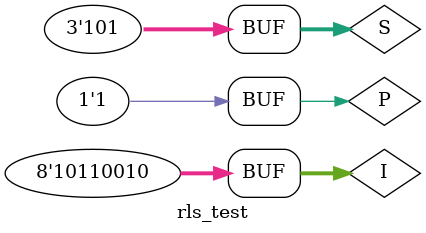
<source format=v>
`timescale 1ns / 1ps


module rls_test;

	// Inputs
	reg [7:0] I;
	reg [2:0] S;
	reg P;

	// Outputs
	wire [7:0] O;

	// Instantiate the Unit Under Test (UUT)
	rls uut (
		.I(I), 
		.S(S), 
		.P(P), 
		.O(O)
	);

	initial begin
		// Initialize Inputs
		I = 8'b10110010;
		S = 3'b101;
		P = 0;

		// Wait 100 ns for global reset to finish
		#100;
		
		I = 8'b10110010;
		S = 3'b101;
		P = 1;

		// Wait 100 ns for global reset to finish
		#100;
        
		// Add stimulus here

	end
      
endmodule


</source>
